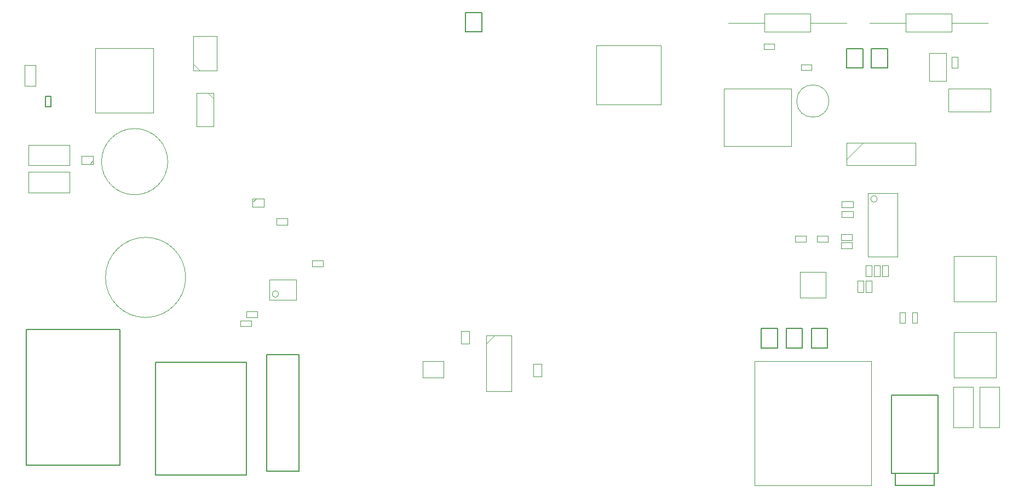
<source format=gbr>
G04*
G04 #@! TF.GenerationSoftware,Altium Limited,Altium Designer,25.5.2 (35)*
G04*
G04 Layer_Color=16711935*
%FSLAX25Y25*%
%MOIN*%
G70*
G04*
G04 #@! TF.SameCoordinates,0CD17ABA-5868-42C4-872B-F719D901D850*
G04*
G04*
G04 #@! TF.FilePolarity,Positive*
G04*
G01*
G75*
%ADD11C,0.00787*%
%ADD12C,0.00394*%
%ADD15C,0.00500*%
D11*
X251157Y115039D02*
Y185906D01*
X270843D01*
Y115039D02*
Y185906D01*
X251157Y115039D02*
X270843D01*
X104697Y201217D02*
X161784D01*
X104697Y118539D02*
Y201217D01*
Y118539D02*
X161784D01*
Y201217D01*
X633689Y113732D02*
X657311D01*
Y106252D02*
Y113732D01*
X633689Y106252D02*
X657311D01*
X633689D02*
Y113732D01*
X631327D02*
X659673D01*
Y161370D01*
X631327D02*
X659673D01*
X631327Y113732D02*
Y161370D01*
X119575Y336850D02*
Y343150D01*
X116425Y336850D02*
X119575D01*
X116425D02*
Y343150D01*
X119575D01*
X183531Y181378D02*
X238650D01*
X183531Y112480D02*
Y181378D01*
Y112480D02*
X238650D01*
Y181378D01*
D12*
X258331Y222870D02*
G03*
X258331Y222870I-1969J0D01*
G01*
X190835Y303500D02*
G03*
X190835Y303500I-20177J0D01*
G01*
X201724Y233000D02*
G03*
X152905Y233000I-24409J0D01*
G01*
D02*
G03*
X201724Y233000I24409J0D01*
G01*
X622677Y280791D02*
G03*
X622677Y280791I-1969J0D01*
G01*
X593342Y340437D02*
G03*
X593342Y340437I-9843J0D01*
G01*
X242504Y278847D02*
X244721Y281059D01*
X242504Y275941D02*
Y281059D01*
Y275941D02*
X249496D01*
Y281059D01*
X242504D02*
X249496D01*
X257150Y265130D02*
X263646D01*
X257150Y268870D02*
X263646D01*
Y265130D02*
Y268870D01*
X257150Y265130D02*
Y268870D01*
X252819Y219327D02*
X268961D01*
X252819Y231532D02*
X268961D01*
X252819Y219327D02*
Y231532D01*
X268961Y219327D02*
Y231532D01*
X278654Y239728D02*
X285347D01*
X278654Y243272D02*
X285347D01*
Y239728D02*
Y243272D01*
X278654Y239728D02*
Y243272D01*
X238555Y212370D02*
X245445D01*
X238555Y208630D02*
X245445D01*
X238555D02*
Y212370D01*
X245445Y208630D02*
Y212370D01*
X241846Y203228D02*
Y206772D01*
X235154Y203228D02*
Y206772D01*
Y203228D02*
X241846D01*
X235154Y206772D02*
X241846D01*
X346201Y181921D02*
X358799D01*
Y172079D02*
Y181921D01*
X346201Y172079D02*
X358799D01*
X346201D02*
Y181921D01*
X106000Y284701D02*
X131000D01*
X106000D02*
Y297299D01*
X131000D01*
Y284701D02*
Y297299D01*
X106000Y313799D02*
X131000D01*
Y301201D02*
Y313799D01*
X106000Y301201D02*
X131000D01*
X106000D02*
Y313799D01*
X110248Y349602D02*
Y362398D01*
X103752Y349602D02*
Y362398D01*
X110248D01*
X103752Y349602D02*
X110248D01*
X182114Y333205D02*
Y372795D01*
X146760D02*
X182114D01*
X146760Y333205D02*
Y372795D01*
Y333205D02*
X182114D01*
X413539Y172563D02*
X418461D01*
Y180437D01*
X413539D02*
X418461D01*
X413539Y172563D02*
Y180437D01*
X617165Y245752D02*
Y284335D01*
X634882Y245752D02*
Y284335D01*
X617165D02*
X634882D01*
X617165Y245752D02*
X634882D01*
X575626Y220626D02*
X591374D01*
Y236374D01*
X575626D02*
X591374D01*
X575626Y220626D02*
Y236374D01*
X553850Y371827D02*
Y375173D01*
Y371827D02*
X560150D01*
Y375173D01*
X553850D02*
X560150D01*
X529528Y313114D02*
Y348114D01*
X570472Y313114D02*
Y348114D01*
X529528Y313114D02*
X570472D01*
X529528Y348114D02*
X570472D01*
X603937Y304949D02*
X613937Y314949D01*
X603937Y301169D02*
Y314949D01*
Y301169D02*
X646063D01*
Y314949D01*
X603937D02*
X646063D01*
X582039Y388000D02*
X604087D01*
X532000D02*
X554047D01*
Y382488D02*
Y393512D01*
Y382488D02*
X582039D01*
Y393512D01*
X554047D02*
X582039D01*
X617913Y388000D02*
X639961D01*
X667953D02*
X690000D01*
X667953Y382488D02*
Y393512D01*
X639961D02*
X667953D01*
X639961Y382488D02*
Y393512D01*
Y382488D02*
X667953D01*
X666205Y334110D02*
Y347890D01*
Y334110D02*
X691795D01*
X666205Y347890D02*
X691795D01*
Y334110D02*
Y347890D01*
X625630Y233555D02*
X629370D01*
X625630Y240445D02*
X629370D01*
X625630Y233555D02*
Y240445D01*
X629370Y233555D02*
Y240445D01*
X620630Y233555D02*
X624370D01*
X620630Y240445D02*
X624370D01*
X620630Y233555D02*
Y240445D01*
X624370Y233555D02*
Y240445D01*
X615630Y233555D02*
Y240445D01*
X619370Y233555D02*
Y240445D01*
X615630Y233555D02*
X619370D01*
X615630Y240445D02*
X619370D01*
X615630Y224055D02*
X619370D01*
X615630Y230945D02*
X619370D01*
X615630Y224055D02*
Y230945D01*
X619370Y224055D02*
Y230945D01*
X614370Y224055D02*
Y230945D01*
X610630Y224055D02*
Y230945D01*
X614370D01*
X610630Y224055D02*
X614370D01*
X643925Y205238D02*
X647075D01*
X643925D02*
Y211537D01*
X647075D01*
Y205238D02*
Y211537D01*
X636425Y205238D02*
X639575D01*
X636425D02*
Y211537D01*
X639575D01*
Y205238D02*
Y211537D01*
X684898Y141598D02*
X697102D01*
Y166402D01*
X684898D02*
X697102D01*
X684898Y141598D02*
Y166402D01*
X668898Y141598D02*
X681102D01*
Y166402D01*
X668898D02*
X681102D01*
X668898Y141598D02*
Y166402D01*
X694961Y218331D02*
Y245890D01*
X669370D02*
X694961D01*
X669370Y218331D02*
Y245890D01*
Y218331D02*
X694961D01*
X601055Y269630D02*
Y273370D01*
X607945Y269630D02*
Y273370D01*
X601055D02*
X607945D01*
X601055Y269630D02*
X607945D01*
X601055Y275630D02*
Y279370D01*
X607945Y275630D02*
Y279370D01*
X601055D02*
X607945D01*
X601055Y275630D02*
X607945D01*
X600555Y255630D02*
Y259370D01*
X607445Y255630D02*
Y259370D01*
X600555D02*
X607445D01*
X600555Y255630D02*
X607445D01*
X600555Y250630D02*
Y254370D01*
X607445Y250630D02*
Y254370D01*
X600555D02*
X607445D01*
X600555Y250630D02*
X607445D01*
X592846Y254728D02*
Y258272D01*
X586154Y254728D02*
Y258272D01*
Y254728D02*
X592846D01*
X586154Y258272D02*
X592846D01*
X579347Y254728D02*
Y258272D01*
X572653Y254728D02*
Y258272D01*
Y254728D02*
X579347D01*
X572653Y258272D02*
X579347D01*
X618882Y106315D02*
Y181905D01*
X548016D02*
X618882D01*
X548016Y106315D02*
Y181905D01*
Y106315D02*
X618882D01*
X576350Y359327D02*
Y362673D01*
Y359327D02*
X582650D01*
Y362673D01*
X576350D02*
X582650D01*
X491126Y338445D02*
Y374449D01*
X451874Y338445D02*
Y374449D01*
X491126D01*
X451874Y338445D02*
X491126D01*
X384823Y192528D02*
X389823Y197528D01*
X384823Y163472D02*
Y197528D01*
Y163472D02*
X400177D01*
Y197528D01*
X384823D02*
X400177D01*
X138504Y301941D02*
X145496D01*
X138504D02*
Y307059D01*
X145496D01*
Y301941D02*
Y307059D01*
X143280Y301941D02*
X145496Y304153D01*
X374461Y192563D02*
Y200437D01*
X369539Y192563D02*
X374461D01*
X369539D02*
Y200437D01*
X374461D01*
X206374Y359090D02*
Y379839D01*
X220626D01*
Y359090D02*
Y379839D01*
X206374Y359090D02*
X220626D01*
X206374Y363126D02*
X210409Y359090D01*
X218626Y324831D02*
Y345240D01*
X208374Y324831D02*
X218626D01*
X208374D02*
Y345240D01*
X218626D01*
X215280D02*
X218626Y341894D01*
X664618Y352496D02*
Y369504D01*
X654382Y352496D02*
Y369504D01*
Y352496D02*
X664618D01*
X654382Y369504D02*
X664618D01*
X671870Y360555D02*
Y367445D01*
X668130Y360555D02*
Y367445D01*
X671870D01*
X668130Y360555D02*
X671870D01*
X669370Y172110D02*
X694961D01*
X669370D02*
Y199669D01*
X694961D01*
Y172110D02*
Y199669D01*
D15*
X372079Y394406D02*
X381921D01*
Y382594D02*
Y394406D01*
X372079Y382594D02*
X381921D01*
X372079D02*
Y394406D01*
X567329Y201905D02*
X577171D01*
Y190094D02*
Y201905D01*
X567329Y190094D02*
X577171D01*
X567329D02*
Y201905D01*
X582579D02*
X592421D01*
Y190094D02*
Y201905D01*
X582579Y190094D02*
X592421D01*
X582579D02*
Y201905D01*
X604079Y360595D02*
Y372406D01*
Y360595D02*
X613921D01*
Y372406D01*
X604079D02*
X613921D01*
X619079Y360595D02*
Y372406D01*
Y360595D02*
X628921D01*
Y372406D01*
X619079D02*
X628921D01*
X552079Y190094D02*
Y201905D01*
Y190094D02*
X561921D01*
Y201905D01*
X552079D02*
X561921D01*
M02*

</source>
